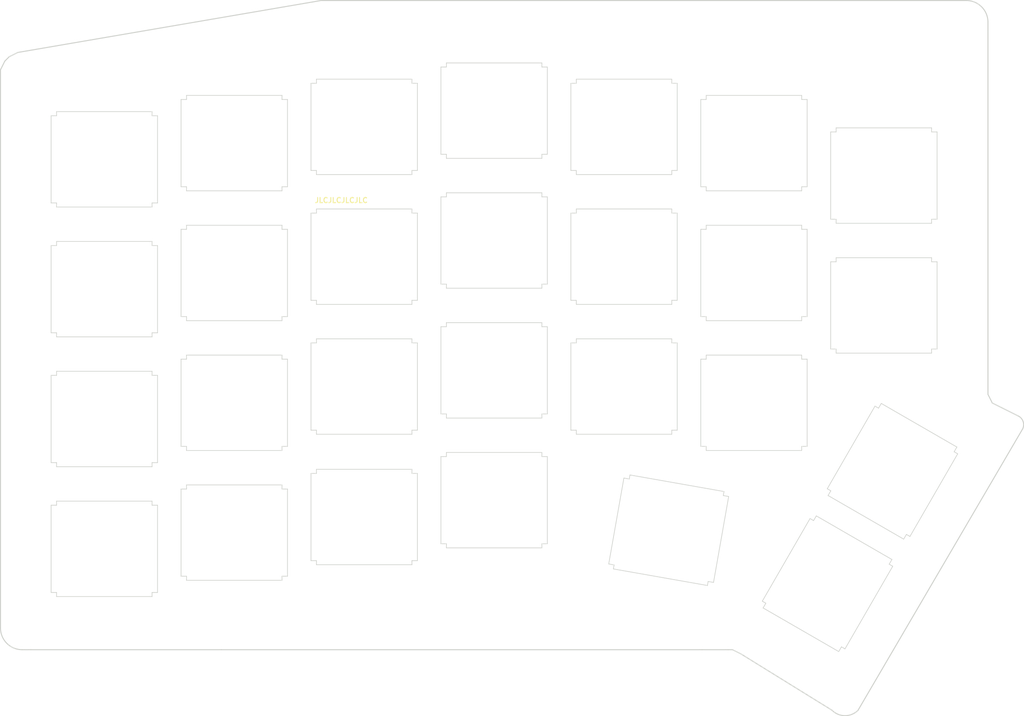
<source format=kicad_pcb>
(kicad_pcb (version 4) (host pcbnew 4.0.7)

  (general
    (links 0)
    (no_connects 0)
    (area 56.515 26.035 232.338572 152.400001)
    (thickness 1.6)
    (drawings 477)
    (tracks 0)
    (zones 0)
    (modules 9)
    (nets 1)
  )

  (page A4)
  (layers
    (0 F.Cu signal hide)
    (31 B.Cu signal hide)
    (32 B.Adhes user hide)
    (33 F.Adhes user hide)
    (34 B.Paste user hide)
    (35 F.Paste user hide)
    (36 B.SilkS user hide)
    (37 F.SilkS user hide)
    (38 B.Mask user hide)
    (39 F.Mask user hide)
    (40 Dwgs.User user hide)
    (41 Cmts.User user hide)
    (42 Eco1.User user)
    (43 Eco2.User user hide)
    (44 Edge.Cuts user)
    (45 Margin user hide)
    (46 B.CrtYd user hide)
    (47 F.CrtYd user hide)
    (48 B.Fab user hide)
    (49 F.Fab user hide)
  )

  (setup
    (last_trace_width 0.25)
    (trace_clearance 0.2)
    (zone_clearance 0.508)
    (zone_45_only no)
    (trace_min 0.2)
    (segment_width 0.15)
    (edge_width 0.15)
    (via_size 0.6)
    (via_drill 0.4)
    (via_min_size 0.4)
    (via_min_drill 0.3)
    (uvia_size 0.3)
    (uvia_drill 0.1)
    (uvias_allowed no)
    (uvia_min_size 0.2)
    (uvia_min_drill 0.1)
    (pcb_text_width 0.3)
    (pcb_text_size 1.5 1.5)
    (mod_edge_width 0.15)
    (mod_text_size 1 1)
    (mod_text_width 0.15)
    (pad_size 1.524 1.524)
    (pad_drill 0.762)
    (pad_to_mask_clearance 0.2)
    (aux_axis_origin 0 0)
    (visible_elements 7FFFFFFF)
    (pcbplotparams
      (layerselection 0x010f0_80000001)
      (usegerberextensions false)
      (excludeedgelayer true)
      (linewidth 0.100000)
      (plotframeref false)
      (viasonmask false)
      (mode 1)
      (useauxorigin false)
      (hpglpennumber 1)
      (hpglpenspeed 20)
      (hpglpendiameter 15)
      (hpglpenoverlay 2)
      (psnegative false)
      (psa4output false)
      (plotreference false)
      (plotvalue false)
      (plotinvisibletext false)
      (padsonsilk false)
      (subtractmaskfromsilk false)
      (outputformat 3)
      (mirror false)
      (drillshape 0)
      (scaleselection 1)
      (outputdirectory ./))
  )

  (net 0 "")

  (net_class Default "This is the default net class."
    (clearance 0.2)
    (trace_width 0.25)
    (via_dia 0.6)
    (via_drill 0.4)
    (uvia_dia 0.3)
    (uvia_drill 0.1)
  )

  (module Mounting_Holes:MountingHole_2.2mm_M2_DIN965 (layer F.Cu) (tedit 5B0469AD) (tstamp 5A9EC803)
    (at 192.405 141.605)
    (descr "Mounting Hole 2.2mm, no annular, M2, DIN965")
    (tags "mounting hole 2.2mm no annular m2 din965")
    (attr virtual)
    (fp_text reference REF** (at 0 -2.9) (layer F.SilkS) hide
      (effects (font (size 1 1) (thickness 0.15)))
    )
    (fp_text value MountingHole_2.2mm_M2_DIN965 (at 0 2.9) (layer F.Fab)
      (effects (font (size 1 1) (thickness 0.15)))
    )
    (fp_text user %R (at 0.3 0) (layer F.Fab)
      (effects (font (size 1 1) (thickness 0.15)))
    )
    (fp_circle (center 0 0) (end 1.9 0) (layer Cmts.User) (width 0.15))
    (fp_circle (center 0 0) (end 2.15 0) (layer F.CrtYd) (width 0.05))
    (pad 1 np_thru_hole circle (at 0 0) (size 2.2 2.2) (drill 2.2) (layers *.Cu *.Mask))
  )

  (module Mounting_Holes:MountingHole_2.2mm_M2_DIN965 (layer F.Cu) (tedit 5B04698E) (tstamp 5A9EC824)
    (at 215.265 103.505)
    (descr "Mounting Hole 2.2mm, no annular, M2, DIN965")
    (tags "mounting hole 2.2mm no annular m2 din965")
    (attr virtual)
    (fp_text reference REF** (at 0 -2.9) (layer F.SilkS) hide
      (effects (font (size 1 1) (thickness 0.15)))
    )
    (fp_text value MountingHole_2.2mm_M2_DIN965 (at 4.445 1.905) (layer F.Fab)
      (effects (font (size 1 1) (thickness 0.15)))
    )
    (fp_text user %R (at 0.3 0) (layer F.Fab)
      (effects (font (size 1 1) (thickness 0.15)))
    )
    (fp_circle (center 0 0) (end 1.9 0) (layer Cmts.User) (width 0.15))
    (fp_circle (center 0 0) (end 2.15 0) (layer F.CrtYd) (width 0.05))
    (pad 1 np_thru_hole circle (at 0 0) (size 2.2 2.2) (drill 2.2) (layers *.Cu *.Mask))
  )

  (module Mounting_Holes:MountingHole_2.2mm_M2_DIN965 (layer F.Cu) (tedit 5B046982) (tstamp 5A9EC868)
    (at 210.82 43.815)
    (descr "Mounting Hole 2.2mm, no annular, M2, DIN965")
    (tags "mounting hole 2.2mm no annular m2 din965")
    (attr virtual)
    (fp_text reference REF** (at 0 -2.9) (layer F.SilkS) hide
      (effects (font (size 1 1) (thickness 0.15)))
    )
    (fp_text value MountingHole_2.2mm_M2_DIN965 (at 0 2.9) (layer F.Fab)
      (effects (font (size 1 1) (thickness 0.15)))
    )
    (fp_text user %R (at 0.3 0) (layer F.Fab)
      (effects (font (size 1 1) (thickness 0.15)))
    )
    (fp_circle (center 0 0) (end 1.9 0) (layer Cmts.User) (width 0.15))
    (fp_circle (center 0 0) (end 2.15 0) (layer F.CrtYd) (width 0.05))
    (pad 1 np_thru_hole circle (at 0 0) (size 2.2 2.2) (drill 2.2) (layers *.Cu *.Mask))
  )

  (module Mounting_Holes:MountingHole_2.2mm_M2_DIN965 (layer F.Cu) (tedit 5B0469C0) (tstamp 5A9EC8BF)
    (at 72.39 132.715)
    (descr "Mounting Hole 2.2mm, no annular, M2, DIN965")
    (tags "mounting hole 2.2mm no annular m2 din965")
    (attr virtual)
    (fp_text reference REF** (at -0.635 -2.9) (layer F.SilkS) hide
      (effects (font (size 1 1) (thickness 0.15)))
    )
    (fp_text value MountingHole_2.2mm_M2_DIN965 (at 0 2.9) (layer F.Fab)
      (effects (font (size 1 1) (thickness 0.15)))
    )
    (fp_text user %R (at 0 0.635) (layer F.Fab)
      (effects (font (size 1 1) (thickness 0.15)))
    )
    (fp_circle (center 0 0) (end 1.9 0) (layer Cmts.User) (width 0.15))
    (fp_circle (center 0 0) (end 2.15 0) (layer F.CrtYd) (width 0.05))
    (pad 1 np_thru_hole circle (at 0 0) (size 2.2 2.2) (drill 2.2) (layers *.Cu *.Mask))
  )

  (module Mounting_Holes:MountingHole_2.2mm_M2_DIN965 (layer F.Cu) (tedit 5B0469C8) (tstamp 5A9EC8CB)
    (at 72.39 92.71)
    (descr "Mounting Hole 2.2mm, no annular, M2, DIN965")
    (tags "mounting hole 2.2mm no annular m2 din965")
    (attr virtual)
    (fp_text reference REF** (at 0 -2.9) (layer F.SilkS) hide
      (effects (font (size 1 1) (thickness 0.15)))
    )
    (fp_text value MountingHole_2.2mm_M2_DIN965 (at 0 2.9) (layer F.Fab)
      (effects (font (size 1 1) (thickness 0.15)))
    )
    (fp_text user %R (at 0.3 0) (layer F.Fab)
      (effects (font (size 1 1) (thickness 0.15)))
    )
    (fp_circle (center 0 0) (end 1.9 0) (layer Cmts.User) (width 0.15))
    (fp_circle (center 0 0) (end 2.15 0) (layer F.CrtYd) (width 0.05))
    (pad 1 np_thru_hole circle (at 0 0) (size 2.2 2.2) (drill 2.2) (layers *.Cu *.Mask))
  )

  (module Mounting_Holes:MountingHole_2.2mm_M2_DIN965 (layer F.Cu) (tedit 5B046972) (tstamp 5A9EC8D6)
    (at 72.39 52.07)
    (descr "Mounting Hole 2.2mm, no annular, M2, DIN965")
    (tags "mounting hole 2.2mm no annular m2 din965")
    (attr virtual)
    (fp_text reference REF** (at 0 -2.9) (layer F.SilkS) hide
      (effects (font (size 1 1) (thickness 0.15)))
    )
    (fp_text value MountingHole_2.2mm_M2_DIN965 (at 0 3.81) (layer F.Fab)
      (effects (font (size 1 1) (thickness 0.15)))
    )
    (fp_text user %R (at 0.3 0) (layer F.Fab)
      (effects (font (size 1 1) (thickness 0.15)))
    )
    (fp_circle (center 0 0) (end 1.9 0) (layer Cmts.User) (width 0.15))
    (fp_circle (center 0 0) (end 2.15 0) (layer F.CrtYd) (width 0.05))
    (pad 1 np_thru_hole circle (at 0 0) (size 2.2 2.2) (drill 2.2) (layers *.Cu *.Mask))
  )

  (module Mounting_Holes:MountingHole_2.2mm_M2_DIN965 (layer F.Cu) (tedit 5B0469B6) (tstamp 5A9EC8EF)
    (at 132.08 132.715)
    (descr "Mounting Hole 2.2mm, no annular, M2, DIN965")
    (tags "mounting hole 2.2mm no annular m2 din965")
    (attr virtual)
    (fp_text reference REF** (at 0 -2.9) (layer F.SilkS) hide
      (effects (font (size 1 1) (thickness 0.15)))
    )
    (fp_text value MountingHole_2.2mm_M2_DIN965 (at 0 2.9) (layer F.Fab)
      (effects (font (size 1 1) (thickness 0.15)))
    )
    (fp_text user %R (at 0.3 0) (layer F.Fab)
      (effects (font (size 1 1) (thickness 0.15)))
    )
    (fp_circle (center 0 0) (end 1.9 0) (layer Cmts.User) (width 0.15))
    (fp_circle (center 0 0) (end 2.15 0) (layer F.CrtYd) (width 0.05))
    (pad 1 np_thru_hole circle (at 0 0) (size 2.2 2.2) (drill 2.2) (layers *.Cu *.Mask))
  )

  (module Mounting_Holes:MountingHole_2.2mm_M2_DIN965 (layer F.Cu) (tedit 5B04697E) (tstamp 5A9EC907)
    (at 170.18 43.815)
    (descr "Mounting Hole 2.2mm, no annular, M2, DIN965")
    (tags "mounting hole 2.2mm no annular m2 din965")
    (attr virtual)
    (fp_text reference REF** (at 0 -2.9) (layer F.SilkS) hide
      (effects (font (size 1 1) (thickness 0.15)))
    )
    (fp_text value MountingHole_2.2mm_M2_DIN965 (at 0 2.9) (layer F.Fab)
      (effects (font (size 1 1) (thickness 0.15)))
    )
    (fp_text user %R (at 0.3 0) (layer F.Fab)
      (effects (font (size 1 1) (thickness 0.15)))
    )
    (fp_circle (center 0 0) (end 1.9 0) (layer Cmts.User) (width 0.15))
    (fp_circle (center 0 0) (end 2.15 0) (layer F.CrtYd) (width 0.05))
    (pad 1 np_thru_hole circle (at 0 0) (size 2.2 2.2) (drill 2.2) (layers *.Cu *.Mask))
  )

  (module Mounting_Holes:MountingHole_2.2mm_M2_DIN965 (layer F.Cu) (tedit 5B046978) (tstamp 5A9EC90E)
    (at 116.205 43.815)
    (descr "Mounting Hole 2.2mm, no annular, M2, DIN965")
    (tags "mounting hole 2.2mm no annular m2 din965")
    (attr virtual)
    (fp_text reference REF** (at 0 -2.9) (layer F.SilkS) hide
      (effects (font (size 1 1) (thickness 0.15)))
    )
    (fp_text value MountingHole_2.2mm_M2_DIN965 (at 1.27 3.81) (layer F.Fab)
      (effects (font (size 1 1) (thickness 0.15)))
    )
    (fp_text user %R (at 0.3 0) (layer F.Fab)
      (effects (font (size 1 1) (thickness 0.15)))
    )
    (fp_circle (center 0 0) (end 1.9 0) (layer Cmts.User) (width 0.15))
    (fp_circle (center 0 0) (end 2.15 0) (layer F.CrtYd) (width 0.05))
    (pad 1 np_thru_hole circle (at 0 0) (size 2.2 2.2) (drill 2.2) (layers *.Cu *.Mask))
  )

  (gr_line (start 198.35262 99.7581) (end 197.95362 100.4499) (layer Edge.Cuts) (width 0.1))
  (gr_line (start 202.55762 119.2753) (end 209.55762 107.1499) (layer Edge.Cuts) (width 0.1))
  (gr_line (start 202.03862 118.9748) (end 202.55762 119.2753) (layer Edge.Cuts) (width 0.1))
  (gr_line (start 201.63762 119.6694) (end 202.03862 118.9748) (layer Edge.Cuts) (width 0.1))
  (gr_line (start 188.42862 116.9478) (end 187.90862 116.6487) (layer Edge.Cuts) (width 0.1))
  (gr_line (start 190.55262 113.2684) (end 201.63762 119.6694) (layer Edge.Cuts) (width 0.1))
  (gr_line (start 190.95262 112.5752) (end 190.55262 113.2684) (layer Edge.Cuts) (width 0.1))
  (gr_line (start 197.43362 100.1507) (end 190.43362 112.2762) (layer Edge.Cuts) (width 0.1))
  (gr_line (start 197.95362 100.4499) (end 197.43362 100.1507) (layer Edge.Cuts) (width 0.1))
  (gr_line (start 188.82762 116.2546) (end 188.42862 116.9478) (layer Edge.Cuts) (width 0.1))
  (gr_line (start 192.51362 135.47411) (end 193.03262 135.77313) (layer Edge.Cuts) (width 0.1))
  (gr_line (start 200.03262 123.6478) (end 199.51362 123.3488) (layer Edge.Cuts) (width 0.1))
  (gr_line (start 199.91262 122.657) (end 188.82762 116.2546) (layer Edge.Cuts) (width 0.1))
  (gr_line (start 199.51362 123.3488) (end 199.91262 122.657) (layer Edge.Cuts) (width 0.1))
  (gr_line (start 193.03262 135.77313) (end 200.03262 123.6478) (layer Edge.Cuts) (width 0.1))
  (gr_line (start 180.90862 128.7727) (end 181.42762 129.0731) (layer Edge.Cuts) (width 0.1))
  (gr_line (start 181.02762 129.7649) (end 192.11262 136.1645) (layer Edge.Cuts) (width 0.1))
  (gr_line (start 181.42762 129.0731) (end 181.02762 129.7649) (layer Edge.Cuts) (width 0.1))
  (gr_line (start 187.90862 116.6487) (end 180.90862 128.7727) (layer Edge.Cuts) (width 0.1))
  (gr_line (start 209.43762 106.1577) (end 198.35262 99.7581) (layer Edge.Cuts) (width 0.1))
  (gr_line (start 192.11262 136.1645) (end 192.51362 135.47411) (layer Edge.Cuts) (width 0.1))
  (gr_line (start 209.03862 106.8495) (end 209.43762 106.1577) (layer Edge.Cuts) (width 0.1))
  (gr_line (start 190.43362 112.2762) (end 190.95262 112.5752) (layer Edge.Cuts) (width 0.1))
  (gr_line (start 209.55762 107.1499) (end 209.03862 106.8495) (layer Edge.Cuts) (width 0.1))
  (gr_line (start 160.61668 110.70558) (end 158.39248 123.31048) (layer Edge.Cuts) (width 0.1))
  (gr_line (start 161.40338 110.84478) (end 160.61668 110.70558) (layer Edge.Cuts) (width 0.1))
  (gr_line (start 91.43648 114.09418) (end 77.43693 114.09418) (layer Edge.Cuts) (width 0.1))
  (gr_line (start 77.43693 128.09368) (end 91.43648 128.09368) (layer Edge.Cuts) (width 0.1))
  (gr_line (start 76.63767 114.69358) (end 76.63767 127.49288) (layer Edge.Cuts) (width 0.1))
  (gr_line (start 77.43693 114.69358) (end 76.63767 114.69358) (layer Edge.Cuts) (width 0.1))
  (gr_line (start 91.43648 114.69358) (end 91.43648 114.09418) (layer Edge.Cuts) (width 0.1))
  (gr_line (start 92.23708 127.49288) (end 92.23708 114.69358) (layer Edge.Cuts) (width 0.1))
  (gr_line (start 91.43648 128.09368) (end 91.43648 127.49288) (layer Edge.Cuts) (width 0.1))
  (gr_line (start 76.63767 127.49288) (end 77.43693 127.49288) (layer Edge.Cuts) (width 0.1))
  (gr_line (start 92.23708 114.69358) (end 91.43648 114.69358) (layer Edge.Cuts) (width 0.1))
  (gr_line (start 91.43648 127.49288) (end 92.23708 127.49288) (layer Edge.Cuts) (width 0.1))
  (gr_line (start 77.43693 127.49288) (end 77.43693 128.09368) (layer Edge.Cuts) (width 0.1))
  (gr_line (start 77.43693 114.09418) (end 77.43693 114.69358) (layer Edge.Cuts) (width 0.1))
  (gr_line (start 115.53698 66.18128) (end 129.53628 66.18128) (layer Edge.Cuts) (width 0.1))
  (gr_line (start 134.58698 50.39978) (end 133.78758 50.39978) (layer Edge.Cuts) (width 0.1))
  (gr_line (start 134.58698 49.80038) (end 134.58698 50.39978) (layer Edge.Cuts) (width 0.1))
  (gr_line (start 152.83758 52.78098) (end 152.83758 65.58158) (layer Edge.Cuts) (width 0.1))
  (gr_line (start 115.53698 65.58158) (end 115.53698 66.18128) (layer Edge.Cuts) (width 0.1))
  (gr_line (start 167.63628 52.78098) (end 167.63628 52.18168) (layer Edge.Cuts) (width 0.1))
  (gr_line (start 168.43568 52.78098) (end 167.63628 52.78098) (layer Edge.Cuts) (width 0.1))
  (gr_line (start 167.63628 65.58158) (end 168.43568 65.58158) (layer Edge.Cuts) (width 0.1))
  (gr_line (start 153.63698 52.18168) (end 153.63698 52.78098) (layer Edge.Cuts) (width 0.1))
  (gr_line (start 130.33708 52.78098) (end 129.53628 52.78098) (layer Edge.Cuts) (width 0.1))
  (gr_line (start 130.33708 65.58158) (end 130.33708 52.78098) (layer Edge.Cuts) (width 0.1))
  (gr_line (start 114.73758 65.58158) (end 115.53698 65.58158) (layer Edge.Cuts) (width 0.1))
  (gr_line (start 115.53698 52.78098) (end 114.73758 52.78098) (layer Edge.Cuts) (width 0.1))
  (gr_line (start 167.63628 52.18168) (end 153.63698 52.18168) (layer Edge.Cuts) (width 0.1))
  (gr_line (start 114.73758 52.78098) (end 114.73758 65.58158) (layer Edge.Cuts) (width 0.1))
  (gr_line (start 153.63698 65.58158) (end 153.63698 66.18128) (layer Edge.Cuts) (width 0.1))
  (gr_line (start 168.43568 65.58158) (end 168.43568 52.78098) (layer Edge.Cuts) (width 0.1))
  (gr_line (start 129.53628 52.78098) (end 129.53628 52.18168) (layer Edge.Cuts) (width 0.1))
  (gr_line (start 153.63698 52.78098) (end 152.83758 52.78098) (layer Edge.Cuts) (width 0.1))
  (gr_line (start 167.63628 66.18128) (end 167.63628 65.58158) (layer Edge.Cuts) (width 0.1))
  (gr_line (start 153.63698 66.18128) (end 167.63628 66.18128) (layer Edge.Cuts) (width 0.1))
  (gr_line (start 152.83758 65.58158) (end 153.63698 65.58158) (layer Edge.Cuts) (width 0.1))
  (gr_line (start 129.53628 65.58158) (end 130.33708 65.58158) (layer Edge.Cuts) (width 0.1))
  (gr_line (start 148.58628 49.80038) (end 134.58698 49.80038) (layer Edge.Cuts) (width 0.1))
  (gr_line (start 148.58628 50.39978) (end 148.58628 49.80038) (layer Edge.Cuts) (width 0.1))
  (gr_line (start 149.38708 50.39978) (end 148.58628 50.39978) (layer Edge.Cuts) (width 0.1))
  (gr_line (start 149.38708 63.20028) (end 149.38708 50.39978) (layer Edge.Cuts) (width 0.1))
  (gr_line (start 148.58628 63.20028) (end 149.38708 63.20028) (layer Edge.Cuts) (width 0.1))
  (gr_line (start 148.58628 63.80008) (end 148.58628 63.20028) (layer Edge.Cuts) (width 0.1))
  (gr_line (start 134.58698 63.80008) (end 148.58628 63.80008) (layer Edge.Cuts) (width 0.1))
  (gr_line (start 129.53628 66.18128) (end 129.53628 65.58158) (layer Edge.Cuts) (width 0.1))
  (gr_line (start 134.58698 63.20028) (end 134.58698 63.80008) (layer Edge.Cuts) (width 0.1))
  (gr_line (start 133.78758 63.20028) (end 134.58698 63.20028) (layer Edge.Cuts) (width 0.1))
  (gr_line (start 133.78758 50.39978) (end 133.78758 63.20028) (layer Edge.Cuts) (width 0.1))
  (gr_line (start 129.53628 52.18168) (end 115.53698 52.18168) (layer Edge.Cuts) (width 0.1))
  (gr_line (start 159.07758 124.04088) (end 172.86478 126.47168) (layer Edge.Cuts) (width 0.1))
  (gr_line (start 158.39248 123.31048) (end 159.18088 123.44968) (layer Edge.Cuts) (width 0.1))
  (gr_line (start 159.18088 123.44968) (end 159.07758 124.04088) (layer Edge.Cuts) (width 0.1))
  (gr_line (start 167.63628 71.23168) (end 153.63698 71.23168) (layer Edge.Cuts) (width 0.1))
  (gr_line (start 168.43568 84.63158) (end 168.43568 71.83098) (layer Edge.Cuts) (width 0.1))
  (gr_line (start 153.63698 84.63158) (end 153.63698 85.23128) (layer Edge.Cuts) (width 0.1))
  (gr_line (start 152.83758 71.83098) (end 152.83758 84.63158) (layer Edge.Cuts) (width 0.1))
  (gr_line (start 153.63698 71.23168) (end 153.63698 71.83098) (layer Edge.Cuts) (width 0.1))
  (gr_line (start 129.53628 71.23168) (end 115.53698 71.23168) (layer Edge.Cuts) (width 0.1))
  (gr_line (start 129.53628 71.83098) (end 129.53628 71.23168) (layer Edge.Cuts) (width 0.1))
  (gr_line (start 130.33708 84.63158) (end 130.33708 71.83098) (layer Edge.Cuts) (width 0.1))
  (gr_line (start 129.53628 85.23128) (end 129.53628 84.63158) (layer Edge.Cuts) (width 0.1))
  (gr_line (start 129.53628 84.63158) (end 130.33708 84.63158) (layer Edge.Cuts) (width 0.1))
  (gr_line (start 115.53698 84.63158) (end 115.53698 85.23128) (layer Edge.Cuts) (width 0.1))
  (gr_line (start 115.53698 71.23168) (end 115.53698 71.83098) (layer Edge.Cuts) (width 0.1))
  (gr_line (start 115.53698 85.23128) (end 129.53628 85.23128) (layer Edge.Cuts) (width 0.1))
  (gr_line (start 153.63698 71.83098) (end 152.83758 71.83098) (layer Edge.Cuts) (width 0.1))
  (gr_line (start 167.63628 84.63158) (end 168.43568 84.63158) (layer Edge.Cuts) (width 0.1))
  (gr_line (start 167.63628 85.23128) (end 167.63628 84.63158) (layer Edge.Cuts) (width 0.1))
  (gr_line (start 153.63698 85.23128) (end 167.63628 85.23128) (layer Edge.Cuts) (width 0.1))
  (gr_line (start 115.53698 71.83098) (end 114.73758 71.83098) (layer Edge.Cuts) (width 0.1))
  (gr_line (start 152.83758 84.63158) (end 153.63698 84.63158) (layer Edge.Cuts) (width 0.1))
  (gr_line (start 130.33708 71.83098) (end 129.53628 71.83098) (layer Edge.Cuts) (width 0.1))
  (gr_line (start 114.73758 84.63158) (end 115.53698 84.63158) (layer Edge.Cuts) (width 0.1))
  (gr_line (start 167.63628 71.83098) (end 167.63628 71.23168) (layer Edge.Cuts) (width 0.1))
  (gr_line (start 114.73758 71.83098) (end 114.73758 84.63158) (layer Edge.Cuts) (width 0.1))
  (gr_line (start 168.43568 71.83098) (end 167.63628 71.83098) (layer Edge.Cuts) (width 0.1))
  (gr_line (start 172.68698 87.61258) (end 186.68628 87.61258) (layer Edge.Cuts) (width 0.1))
  (gr_line (start 171.88758 87.01278) (end 172.68698 87.01278) (layer Edge.Cuts) (width 0.1))
  (gr_line (start 172.68698 73.61288) (end 172.68698 74.21228) (layer Edge.Cuts) (width 0.1))
  (gr_line (start 92.23708 76.59348) (end 91.43648 76.59348) (layer Edge.Cuts) (width 0.1))
  (gr_line (start 91.43648 89.99378) (end 91.43648 89.39298) (layer Edge.Cuts) (width 0.1))
  (gr_line (start 76.63767 76.59348) (end 76.63767 89.39298) (layer Edge.Cuts) (width 0.1))
  (gr_line (start 95.68768 87.01278) (end 96.48698 87.01278) (layer Edge.Cuts) (width 0.1))
  (gr_line (start 96.48698 87.01278) (end 96.48698 87.61258) (layer Edge.Cuts) (width 0.1))
  (gr_line (start 76.63767 89.39298) (end 77.43693 89.39298) (layer Edge.Cuts) (width 0.1))
  (gr_line (start 91.43648 76.59348) (end 91.43648 75.99418) (layer Edge.Cuts) (width 0.1))
  (gr_line (start 95.68768 74.21228) (end 95.68768 87.01278) (layer Edge.Cuts) (width 0.1))
  (gr_line (start 186.68628 73.61288) (end 172.68698 73.61288) (layer Edge.Cuts) (width 0.1))
  (gr_line (start 186.68628 74.21228) (end 186.68628 73.61288) (layer Edge.Cuts) (width 0.1))
  (gr_line (start 172.68698 87.01278) (end 172.68698 87.61258) (layer Edge.Cuts) (width 0.1))
  (gr_line (start 111.28708 74.21228) (end 110.48628 74.21228) (layer Edge.Cuts) (width 0.1))
  (gr_line (start 96.48698 74.21228) (end 95.68768 74.21228) (layer Edge.Cuts) (width 0.1))
  (gr_line (start 96.48698 73.61288) (end 96.48698 74.21228) (layer Edge.Cuts) (width 0.1))
  (gr_line (start 205.73628 78.97478) (end 205.73628 78.37538) (layer Edge.Cuts) (width 0.1))
  (gr_line (start 91.43648 89.39298) (end 92.23708 89.39298) (layer Edge.Cuts) (width 0.1))
  (gr_line (start 187.48728 87.01278) (end 187.48728 74.21228) (layer Edge.Cuts) (width 0.1))
  (gr_line (start 186.68628 87.61258) (end 186.68628 87.01278) (layer Edge.Cuts) (width 0.1))
  (gr_line (start 77.43693 89.99378) (end 91.43648 89.99378) (layer Edge.Cuts) (width 0.1))
  (gr_line (start 77.43693 89.39298) (end 77.43693 89.99378) (layer Edge.Cuts) (width 0.1))
  (gr_line (start 77.43693 76.59348) (end 76.63767 76.59348) (layer Edge.Cuts) (width 0.1))
  (gr_line (start 171.88758 74.21228) (end 171.88758 87.01278) (layer Edge.Cuts) (width 0.1))
  (gr_line (start 172.68698 74.21228) (end 171.88758 74.21228) (layer Edge.Cuts) (width 0.1))
  (gr_line (start 110.48628 87.01278) (end 111.28708 87.01278) (layer Edge.Cuts) (width 0.1))
  (gr_line (start 205.73628 78.37538) (end 191.73728 78.37538) (layer Edge.Cuts) (width 0.1))
  (gr_line (start 77.43693 75.99418) (end 77.43693 76.59348) (layer Edge.Cuts) (width 0.1))
  (gr_line (start 92.23708 89.39298) (end 92.23708 76.59348) (layer Edge.Cuts) (width 0.1))
  (gr_line (start 110.48628 73.61288) (end 96.48698 73.61288) (layer Edge.Cuts) (width 0.1))
  (gr_line (start 110.48628 87.61258) (end 110.48628 87.01278) (layer Edge.Cuts) (width 0.1))
  (gr_line (start 96.48698 87.61258) (end 110.48628 87.61258) (layer Edge.Cuts) (width 0.1))
  (gr_line (start 91.43648 75.99418) (end 77.43693 75.99418) (layer Edge.Cuts) (width 0.1))
  (gr_line (start 110.48628 74.21228) (end 110.48628 73.61288) (layer Edge.Cuts) (width 0.1))
  (gr_line (start 187.48728 74.21228) (end 186.68628 74.21228) (layer Edge.Cuts) (width 0.1))
  (gr_line (start 111.28708 87.01278) (end 111.28708 74.21228) (layer Edge.Cuts) (width 0.1))
  (gr_line (start 186.68628 87.01278) (end 187.48728 87.01278) (layer Edge.Cuts) (width 0.1))
  (gr_line (start 133.78758 88.49978) (end 133.78758 101.30028) (layer Edge.Cuts) (width 0.1))
  (gr_line (start 168.43568 90.88098) (end 167.63628 90.88098) (layer Edge.Cuts) (width 0.1))
  (gr_line (start 148.58628 101.90008) (end 148.58628 101.30028) (layer Edge.Cuts) (width 0.1))
  (gr_line (start 148.58628 88.49978) (end 148.58628 87.90038) (layer Edge.Cuts) (width 0.1))
  (gr_line (start 167.63628 103.68158) (end 168.43568 103.68158) (layer Edge.Cuts) (width 0.1))
  (gr_line (start 133.78758 101.30028) (end 134.58698 101.30028) (layer Edge.Cuts) (width 0.1))
  (gr_line (start 134.58698 87.90038) (end 134.58698 88.49978) (layer Edge.Cuts) (width 0.1))
  (gr_line (start 149.38708 88.49978) (end 148.58628 88.49978) (layer Edge.Cuts) (width 0.1))
  (gr_line (start 134.58698 101.30028) (end 134.58698 101.90008) (layer Edge.Cuts) (width 0.1))
  (gr_line (start 190.93728 78.97478) (end 190.93728 91.77528) (layer Edge.Cuts) (width 0.1))
  (gr_line (start 168.43568 103.68158) (end 168.43568 90.88098) (layer Edge.Cuts) (width 0.1))
  (gr_line (start 149.38708 101.30028) (end 149.38708 88.49978) (layer Edge.Cuts) (width 0.1))
  (gr_line (start 167.63628 90.88098) (end 167.63628 90.28168) (layer Edge.Cuts) (width 0.1))
  (gr_line (start 148.58628 87.90038) (end 134.58698 87.90038) (layer Edge.Cuts) (width 0.1))
  (gr_line (start 167.63628 104.28118) (end 167.63628 103.68158) (layer Edge.Cuts) (width 0.1))
  (gr_line (start 134.58698 101.90008) (end 148.58628 101.90008) (layer Edge.Cuts) (width 0.1))
  (gr_line (start 167.63628 90.28168) (end 153.63698 90.28168) (layer Edge.Cuts) (width 0.1))
  (gr_line (start 191.73728 92.37508) (end 205.73628 92.37508) (layer Edge.Cuts) (width 0.1))
  (gr_line (start 206.53728 78.97478) (end 205.73628 78.97478) (layer Edge.Cuts) (width 0.1))
  (gr_line (start 206.53728 91.77528) (end 206.53728 78.97478) (layer Edge.Cuts) (width 0.1))
  (gr_line (start 205.73628 91.77528) (end 206.53728 91.77528) (layer Edge.Cuts) (width 0.1))
  (gr_line (start 205.73628 92.37508) (end 205.73628 91.77528) (layer Edge.Cuts) (width 0.1))
  (gr_line (start 148.58628 101.30028) (end 149.38708 101.30028) (layer Edge.Cuts) (width 0.1))
  (gr_line (start 190.93728 91.77528) (end 191.73728 91.77528) (layer Edge.Cuts) (width 0.1))
  (gr_line (start 134.58698 88.49978) (end 133.78758 88.49978) (layer Edge.Cuts) (width 0.1))
  (gr_line (start 191.73728 91.77528) (end 191.73728 92.37508) (layer Edge.Cuts) (width 0.1))
  (gr_line (start 191.73728 78.97478) (end 190.93728 78.97478) (layer Edge.Cuts) (width 0.1))
  (gr_line (start 191.73728 78.37538) (end 191.73728 78.97478) (layer Edge.Cuts) (width 0.1))
  (gr_line (start 186.68628 92.66288) (end 172.68698 92.66288) (layer Edge.Cuts) (width 0.1))
  (gr_line (start 129.53628 103.68158) (end 130.33708 103.68158) (layer Edge.Cuts) (width 0.1))
  (gr_line (start 129.53628 104.28118) (end 129.53628 103.68158) (layer Edge.Cuts) (width 0.1))
  (gr_line (start 115.53698 90.28168) (end 115.53698 90.88098) (layer Edge.Cuts) (width 0.1))
  (gr_line (start 186.68628 93.26228) (end 186.68628 92.66288) (layer Edge.Cuts) (width 0.1))
  (gr_line (start 115.53698 104.28118) (end 129.53628 104.28118) (layer Edge.Cuts) (width 0.1))
  (gr_line (start 115.53698 103.68158) (end 115.53698 104.28118) (layer Edge.Cuts) (width 0.1))
  (gr_line (start 171.88758 106.06298) (end 172.68698 106.06298) (layer Edge.Cuts) (width 0.1))
  (gr_line (start 172.68698 93.26228) (end 171.88758 93.26228) (layer Edge.Cuts) (width 0.1))
  (gr_line (start 111.28708 93.26228) (end 110.48628 93.26228) (layer Edge.Cuts) (width 0.1))
  (gr_line (start 110.48628 106.66248) (end 110.48628 106.06298) (layer Edge.Cuts) (width 0.1))
  (gr_line (start 96.48698 106.06298) (end 96.48698 106.66248) (layer Edge.Cuts) (width 0.1))
  (gr_line (start 187.48728 93.26228) (end 186.68628 93.26228) (layer Edge.Cuts) (width 0.1))
  (gr_line (start 114.73758 103.68158) (end 115.53698 103.68158) (layer Edge.Cuts) (width 0.1))
  (gr_line (start 114.73758 90.88098) (end 114.73758 103.68158) (layer Edge.Cuts) (width 0.1))
  (gr_line (start 111.28708 106.06298) (end 111.28708 93.26228) (layer Edge.Cuts) (width 0.1))
  (gr_line (start 115.53698 90.88098) (end 114.73758 90.88098) (layer Edge.Cuts) (width 0.1))
  (gr_line (start 187.48728 106.06298) (end 187.48728 93.26228) (layer Edge.Cuts) (width 0.1))
  (gr_line (start 172.68698 106.66248) (end 186.68628 106.66248) (layer Edge.Cuts) (width 0.1))
  (gr_line (start 172.68698 92.66288) (end 172.68698 93.26228) (layer Edge.Cuts) (width 0.1))
  (gr_line (start 110.48628 106.06298) (end 111.28708 106.06298) (layer Edge.Cuts) (width 0.1))
  (gr_line (start 172.68698 106.06298) (end 172.68698 106.66248) (layer Edge.Cuts) (width 0.1))
  (gr_line (start 171.88758 93.26228) (end 171.88758 106.06298) (layer Edge.Cuts) (width 0.1))
  (gr_line (start 153.63698 104.28118) (end 167.63628 104.28118) (layer Edge.Cuts) (width 0.1))
  (gr_line (start 153.63698 103.68158) (end 153.63698 104.28118) (layer Edge.Cuts) (width 0.1))
  (gr_line (start 152.83758 103.68158) (end 153.63698 103.68158) (layer Edge.Cuts) (width 0.1))
  (gr_line (start 152.83758 90.88098) (end 152.83758 103.68158) (layer Edge.Cuts) (width 0.1))
  (gr_line (start 153.63698 90.88098) (end 152.83758 90.88098) (layer Edge.Cuts) (width 0.1))
  (gr_line (start 129.53628 90.88098) (end 129.53628 90.28168) (layer Edge.Cuts) (width 0.1))
  (gr_line (start 110.48628 93.26228) (end 110.48628 92.66288) (layer Edge.Cuts) (width 0.1))
  (gr_line (start 186.68628 106.66248) (end 186.68628 106.06298) (layer Edge.Cuts) (width 0.1))
  (gr_line (start 96.48698 106.66248) (end 110.48628 106.66248) (layer Edge.Cuts) (width 0.1))
  (gr_line (start 95.68768 106.06298) (end 96.48698 106.06298) (layer Edge.Cuts) (width 0.1))
  (gr_line (start 186.68628 106.06298) (end 187.48728 106.06298) (layer Edge.Cuts) (width 0.1))
  (gr_line (start 95.68768 93.26228) (end 95.68768 106.06298) (layer Edge.Cuts) (width 0.1))
  (gr_line (start 153.63698 90.28168) (end 153.63698 90.88098) (layer Edge.Cuts) (width 0.1))
  (gr_line (start 129.53628 90.28168) (end 115.53698 90.28168) (layer Edge.Cuts) (width 0.1))
  (gr_line (start 130.33708 90.88098) (end 129.53628 90.88098) (layer Edge.Cuts) (width 0.1))
  (gr_line (start 110.48628 92.66288) (end 96.48698 92.66288) (layer Edge.Cuts) (width 0.1))
  (gr_line (start 130.33708 103.68158) (end 130.33708 90.88098) (layer Edge.Cuts) (width 0.1))
  (gr_line (start 92.23708 108.44288) (end 92.23708 95.64348) (layer Edge.Cuts) (width 0.1))
  (gr_line (start 77.43693 108.44288) (end 77.43693 109.04368) (layer Edge.Cuts) (width 0.1))
  (gr_line (start 77.43693 95.04418) (end 77.43693 95.64348) (layer Edge.Cuts) (width 0.1))
  (gr_line (start 148.58628 107.54988) (end 148.58628 106.95048) (layer Edge.Cuts) (width 0.1))
  (gr_line (start 91.43648 95.04418) (end 77.43693 95.04418) (layer Edge.Cuts) (width 0.1))
  (gr_line (start 77.43693 95.64348) (end 76.63767 95.64348) (layer Edge.Cuts) (width 0.1))
  (gr_line (start 92.23708 95.64348) (end 91.43648 95.64348) (layer Edge.Cuts) (width 0.1))
  (gr_line (start 148.58628 106.95048) (end 134.58698 106.95048) (layer Edge.Cuts) (width 0.1))
  (gr_line (start 76.63767 95.64348) (end 76.63767 108.44288) (layer Edge.Cuts) (width 0.1))
  (gr_line (start 91.43648 95.64348) (end 91.43648 95.04418) (layer Edge.Cuts) (width 0.1))
  (gr_line (start 91.43648 109.04368) (end 91.43648 108.44288) (layer Edge.Cuts) (width 0.1))
  (gr_line (start 77.43693 109.04368) (end 91.43648 109.04368) (layer Edge.Cuts) (width 0.1))
  (gr_line (start 76.63767 108.44288) (end 77.43693 108.44288) (layer Edge.Cuts) (width 0.1))
  (gr_line (start 91.43648 108.44288) (end 92.23708 108.44288) (layer Edge.Cuts) (width 0.1))
  (gr_line (start 96.48698 93.26228) (end 95.68768 93.26228) (layer Edge.Cuts) (width 0.1))
  (gr_line (start 96.48698 92.66288) (end 96.48698 93.26228) (layer Edge.Cuts) (width 0.1))
  (gr_line (start 96.48698 111.71298) (end 96.48698 112.31238) (layer Edge.Cuts) (width 0.1))
  (gr_line (start 129.53628 109.42678) (end 115.53698 109.42678) (layer Edge.Cuts) (width 0.1))
  (gr_line (start 130.33708 122.82678) (end 130.33708 110.02758) (layer Edge.Cuts) (width 0.1))
  (gr_line (start 95.68768 125.11298) (end 96.48698 125.11298) (layer Edge.Cuts) (width 0.1))
  (gr_line (start 95.68768 112.31238) (end 95.68768 125.11298) (layer Edge.Cuts) (width 0.1))
  (gr_line (start 96.48698 125.71248) (end 110.48628 125.71248) (layer Edge.Cuts) (width 0.1))
  (gr_line (start 96.48698 125.11298) (end 96.48698 125.71248) (layer Edge.Cuts) (width 0.1))
  (gr_line (start 115.53698 122.82678) (end 115.53698 123.42628) (layer Edge.Cuts) (width 0.1))
  (gr_line (start 175.29528 112.68448) (end 161.50818 110.25358) (layer Edge.Cuts) (width 0.1))
  (gr_line (start 129.53628 123.42628) (end 129.53628 122.82678) (layer Edge.Cuts) (width 0.1))
  (gr_line (start 129.53628 122.82678) (end 130.33708 122.82678) (layer Edge.Cuts) (width 0.1))
  (gr_line (start 175.19028 113.27568) (end 175.29528 112.68448) (layer Edge.Cuts) (width 0.1))
  (gr_line (start 161.50818 110.25358) (end 161.40338 110.84478) (layer Edge.Cuts) (width 0.1))
  (gr_line (start 110.48628 125.11298) (end 111.28708 125.11298) (layer Edge.Cuts) (width 0.1))
  (gr_line (start 175.97928 113.41478) (end 175.19028 113.27568) (layer Edge.Cuts) (width 0.1))
  (gr_line (start 173.75628 126.01978) (end 175.97928 113.41478) (layer Edge.Cuts) (width 0.1))
  (gr_line (start 110.48628 112.31238) (end 110.48628 111.71298) (layer Edge.Cuts) (width 0.1))
  (gr_line (start 114.73758 110.02758) (end 114.73758 122.82678) (layer Edge.Cuts) (width 0.1))
  (gr_line (start 149.38708 120.35048) (end 149.38708 107.54988) (layer Edge.Cuts) (width 0.1))
  (gr_line (start 110.48628 125.71248) (end 110.48628 125.11298) (layer Edge.Cuts) (width 0.1))
  (gr_line (start 130.33708 110.02758) (end 129.53628 110.02758) (layer Edge.Cuts) (width 0.1))
  (gr_line (start 172.96818 125.88058) (end 173.75628 126.01978) (layer Edge.Cuts) (width 0.1))
  (gr_line (start 149.38708 107.54988) (end 148.58628 107.54988) (layer Edge.Cuts) (width 0.1))
  (gr_line (start 148.58628 120.35048) (end 149.38708 120.35048) (layer Edge.Cuts) (width 0.1))
  (gr_line (start 110.48628 111.71298) (end 96.48698 111.71298) (layer Edge.Cuts) (width 0.1))
  (gr_line (start 148.58628 120.94998) (end 148.58628 120.35048) (layer Edge.Cuts) (width 0.1))
  (gr_line (start 115.53698 123.42628) (end 129.53628 123.42628) (layer Edge.Cuts) (width 0.1))
  (gr_line (start 134.58698 120.94998) (end 148.58628 120.94998) (layer Edge.Cuts) (width 0.1))
  (gr_line (start 134.58698 120.35048) (end 134.58698 120.94998) (layer Edge.Cuts) (width 0.1))
  (gr_line (start 114.73758 122.82678) (end 115.53698 122.82678) (layer Edge.Cuts) (width 0.1))
  (gr_line (start 133.78758 120.35048) (end 134.58698 120.35048) (layer Edge.Cuts) (width 0.1))
  (gr_line (start 129.53628 110.02758) (end 129.53628 109.42678) (layer Edge.Cuts) (width 0.1))
  (gr_line (start 115.53698 110.02758) (end 114.73758 110.02758) (layer Edge.Cuts) (width 0.1))
  (gr_line (start 111.28708 112.31238) (end 110.48628 112.31238) (layer Edge.Cuts) (width 0.1))
  (gr_line (start 115.53698 109.42678) (end 115.53698 110.02758) (layer Edge.Cuts) (width 0.1))
  (gr_line (start 133.78758 107.54988) (end 133.78758 120.35048) (layer Edge.Cuts) (width 0.1))
  (gr_line (start 134.58698 107.54988) (end 133.78758 107.54988) (layer Edge.Cuts) (width 0.1))
  (gr_line (start 134.58698 106.95048) (end 134.58698 107.54988) (layer Edge.Cuts) (width 0.1))
  (gr_line (start 111.28708 125.11298) (end 111.28708 112.31238) (layer Edge.Cuts) (width 0.1))
  (gr_line (start 96.48698 112.31238) (end 95.68768 112.31238) (layer Edge.Cuts) (width 0.1))
  (gr_line (start 187.48728 67.96278) (end 187.48728 55.16228) (layer Edge.Cuts) (width 0.1))
  (gr_line (start 110.48628 67.96278) (end 111.28708 67.96278) (layer Edge.Cuts) (width 0.1))
  (gr_line (start 172.68698 67.96278) (end 172.68698 68.56258) (layer Edge.Cuts) (width 0.1))
  (gr_line (start 186.68628 67.96278) (end 187.48728 67.96278) (layer Edge.Cuts) (width 0.1))
  (gr_line (start 111.28708 55.16228) (end 110.48628 55.16228) (layer Edge.Cuts) (width 0.1))
  (gr_line (start 186.68628 68.56258) (end 186.68628 67.96278) (layer Edge.Cuts) (width 0.1))
  (gr_line (start 95.68768 55.16228) (end 95.68768 67.96278) (layer Edge.Cuts) (width 0.1))
  (gr_line (start 171.88758 67.96278) (end 172.68698 67.96278) (layer Edge.Cuts) (width 0.1))
  (gr_line (start 96.48698 67.96278) (end 96.48698 68.56258) (layer Edge.Cuts) (width 0.1))
  (gr_line (start 171.88758 55.16228) (end 171.88758 67.96278) (layer Edge.Cuts) (width 0.1))
  (gr_line (start 111.28708 67.96278) (end 111.28708 55.16228) (layer Edge.Cuts) (width 0.1))
  (gr_line (start 96.48698 68.56258) (end 110.48628 68.56258) (layer Edge.Cuts) (width 0.1))
  (gr_line (start 91.43648 56.94418) (end 77.43693 56.94418) (layer Edge.Cuts) (width 0.1))
  (gr_line (start 110.48628 68.56258) (end 110.48628 67.96278) (layer Edge.Cuts) (width 0.1))
  (gr_line (start 95.68768 67.96278) (end 96.48698 67.96278) (layer Edge.Cuts) (width 0.1))
  (gr_line (start 96.48698 55.16228) (end 95.68768 55.16228) (layer Edge.Cuts) (width 0.1))
  (gr_line (start 92.23708 57.54348) (end 91.43648 57.54348) (layer Edge.Cuts) (width 0.1))
  (gr_line (start 115.53698 52.18168) (end 115.53698 52.78098) (layer Edge.Cuts) (width 0.1))
  (gr_line (start 172.68698 68.56258) (end 186.68628 68.56258) (layer Edge.Cuts) (width 0.1))
  (gr_line (start 110.48628 55.16228) (end 110.48628 54.56288) (layer Edge.Cuts) (width 0.1))
  (gr_line (start 96.48698 54.56288) (end 96.48698 55.16228) (layer Edge.Cuts) (width 0.1))
  (gr_line (start 91.43648 57.54348) (end 91.43648 56.94418) (layer Edge.Cuts) (width 0.1))
  (gr_line (start 172.68698 54.56288) (end 172.68698 55.16228) (layer Edge.Cuts) (width 0.1))
  (gr_line (start 186.68628 54.56288) (end 172.68698 54.56288) (layer Edge.Cuts) (width 0.1))
  (gr_line (start 186.68628 55.16228) (end 186.68628 54.56288) (layer Edge.Cuts) (width 0.1))
  (gr_line (start 110.48628 54.56288) (end 96.48698 54.56288) (layer Edge.Cuts) (width 0.1))
  (gr_line (start 172.68698 55.16228) (end 171.88758 55.16228) (layer Edge.Cuts) (width 0.1))
  (gr_line (start 187.48728 55.16228) (end 186.68628 55.16228) (layer Edge.Cuts) (width 0.1))
  (gr_line (start 91.43648 70.94378) (end 91.43648 70.34298) (layer Edge.Cuts) (width 0.1))
  (gr_line (start 77.43693 70.94378) (end 91.43648 70.94378) (layer Edge.Cuts) (width 0.1))
  (gr_line (start 148.58628 68.85038) (end 134.58698 68.85038) (layer Edge.Cuts) (width 0.1))
  (gr_line (start 77.43693 70.34298) (end 77.43693 70.94378) (layer Edge.Cuts) (width 0.1))
  (gr_line (start 91.43648 70.34298) (end 92.23708 70.34298) (layer Edge.Cuts) (width 0.1))
  (gr_line (start 92.23708 70.34298) (end 92.23708 57.54348) (layer Edge.Cuts) (width 0.1))
  (gr_line (start 76.63767 57.54348) (end 76.63767 70.34298) (layer Edge.Cuts) (width 0.1))
  (gr_line (start 205.73628 73.32508) (end 205.73628 72.72528) (layer Edge.Cuts) (width 0.1))
  (gr_line (start 148.58628 82.85008) (end 148.58628 82.25028) (layer Edge.Cuts) (width 0.1))
  (gr_line (start 191.73728 59.92478) (end 190.93728 59.92478) (layer Edge.Cuts) (width 0.1))
  (gr_line (start 191.73728 59.32538) (end 191.73728 59.92478) (layer Edge.Cuts) (width 0.1))
  (gr_line (start 206.53728 59.92478) (end 205.73628 59.92478) (layer Edge.Cuts) (width 0.1))
  (gr_line (start 76.63767 70.34298) (end 77.43693 70.34298) (layer Edge.Cuts) (width 0.1))
  (gr_line (start 77.43693 57.54348) (end 76.63767 57.54348) (layer Edge.Cuts) (width 0.1))
  (gr_line (start 77.43693 56.94418) (end 77.43693 57.54348) (layer Edge.Cuts) (width 0.1))
  (gr_line (start 190.93728 59.92478) (end 190.93728 72.72528) (layer Edge.Cuts) (width 0.1))
  (gr_line (start 191.73728 73.32508) (end 205.73628 73.32508) (layer Edge.Cuts) (width 0.1))
  (gr_line (start 191.73728 72.72528) (end 191.73728 73.32508) (layer Edge.Cuts) (width 0.1))
  (gr_line (start 134.58698 82.25028) (end 134.58698 82.85008) (layer Edge.Cuts) (width 0.1))
  (gr_line (start 134.58698 69.44978) (end 133.78758 69.44978) (layer Edge.Cuts) (width 0.1))
  (gr_line (start 205.73628 72.72528) (end 206.53728 72.72528) (layer Edge.Cuts) (width 0.1))
  (gr_line (start 148.58628 82.25028) (end 149.38708 82.25028) (layer Edge.Cuts) (width 0.1))
  (gr_line (start 133.78758 69.44978) (end 133.78758 82.25028) (layer Edge.Cuts) (width 0.1))
  (gr_line (start 134.58698 68.85038) (end 134.58698 69.44978) (layer Edge.Cuts) (width 0.1))
  (gr_line (start 133.78758 82.25028) (end 134.58698 82.25028) (layer Edge.Cuts) (width 0.1))
  (gr_line (start 205.73628 59.92478) (end 205.73628 59.32538) (layer Edge.Cuts) (width 0.1))
  (gr_line (start 206.53728 72.72528) (end 206.53728 59.92478) (layer Edge.Cuts) (width 0.1))
  (gr_line (start 149.38708 82.25028) (end 149.38708 69.44978) (layer Edge.Cuts) (width 0.1))
  (gr_line (start 149.38708 69.44978) (end 148.58628 69.44978) (layer Edge.Cuts) (width 0.1))
  (gr_line (start 134.58698 82.85008) (end 148.58628 82.85008) (layer Edge.Cuts) (width 0.1))
  (gr_line (start 205.73628 59.32538) (end 191.73728 59.32538) (layer Edge.Cuts) (width 0.1))
  (gr_line (start 190.93728 72.72528) (end 191.73728 72.72528) (layer Edge.Cuts) (width 0.1))
  (gr_line (start 148.58628 69.44978) (end 148.58628 68.85038) (layer Edge.Cuts) (width 0.1))
  (gr_line (start 172.86478 126.47168) (end 172.96818 125.88058) (layer Edge.Cuts) (width 0.1))
  (gr_text JLCJLCJLCJLC (at 119.1768 69.9516) (layer F.SilkS)
    (effects (font (size 0.75 0.75) (thickness 0.15)))
  )
  (gr_line (start 214.63 99.695) (end 215.9 100.33) (layer Edge.Cuts) (width 0.15))
  (gr_line (start 213.995 98.425) (end 214.63 99.695) (layer Edge.Cuts) (width 0.15))
  (gr_line (start 176.53 135.89) (end 175.895 135.89) (layer Edge.Cuts) (width 0.15))
  (gr_line (start 177.8 136.525) (end 176.53 135.89) (layer Edge.Cuts) (width 0.15))
  (gr_line (start 69.215 50.8) (end 69.215 60.96) (layer Edge.Cuts) (width 0.15))
  (gr_line (start 69.85 49.53) (end 69.215 50.8) (layer Edge.Cuts) (width 0.15))
  (gr_line (start 70.485 48.895) (end 69.85 49.53) (layer Edge.Cuts) (width 0.15))
  (gr_line (start 71.755 48.26) (end 70.485 48.895) (layer Edge.Cuts) (width 0.15))
  (gr_arc (start 210.82 43.815) (end 210.82 40.64) (angle 90) (layer Edge.Cuts) (width 0.15))
  (gr_line (start 213.995 45.085) (end 213.995 43.815) (layer Edge.Cuts) (width 0.15))
  (gr_line (start 87.63 43.815) (end 217.805 43.815) (layer Dwgs.User) (width 0.2))
  (gr_line (start 146.05 43.815) (end 87.63 43.815) (layer Dwgs.User) (width 0.2))
  (gr_line (start 170.18 43.815) (end 146.05 43.815) (layer Dwgs.User) (width 0.2))
  (gr_line (start 72.39 135.89) (end 73.66 135.89) (layer Edge.Cuts) (width 0.15))
  (gr_line (start 69.215 131.445) (end 69.215 132.715) (layer Edge.Cuts) (width 0.15))
  (gr_arc (start 72.39 132.715) (end 72.39 135.89) (angle 90) (layer Edge.Cuts) (width 0.15))
  (gr_line (start 109.855 132.715) (end 63.5 132.715) (layer Dwgs.User) (width 0.2))
  (gr_line (start 117.475 132.715) (end 109.855 132.715) (layer Dwgs.User) (width 0.2))
  (gr_line (start 132.08 132.715) (end 117.475 132.715) (layer Dwgs.User) (width 0.2))
  (gr_line (start 72.39 39.37) (end 72.39 139.7) (layer Dwgs.User) (width 0.2))
  (gr_line (start 72.39 64.135) (end 72.39 39.37) (layer Dwgs.User) (width 0.2))
  (gr_line (start 72.39 92.71) (end 72.39 64.135) (layer Dwgs.User) (width 0.2))
  (gr_line (start 215.9 100.33) (end 218.44 101.6) (layer Edge.Cuts) (width 0.15))
  (gr_line (start 219.075 103.505) (end 194.945 144.78) (layer Edge.Cuts) (width 0.15))
  (gr_arc (start 217.805 102.87) (end 218.44 101.6) (angle 90) (layer Edge.Cuts) (width 0.15))
  (gr_line (start 213.995 98.425) (end 213.995 95.25) (layer Edge.Cuts) (width 0.15))
  (gr_line (start 213.995 45.085) (end 213.995 95.25) (layer Edge.Cuts) (width 0.15))
  (gr_arc (start 193.04 142.875) (end 194.945 144.78) (angle 90) (layer Edge.Cuts) (width 0.15))
  (gr_line (start 177.8 136.525) (end 191.135 144.78) (layer Edge.Cuts) (width 0.15))
  (gr_line (start 172.085 135.89) (end 175.895 135.89) (layer Edge.Cuts) (width 0.15))
  (gr_line (start 101.6 135.89) (end 172.085 135.89) (layer Edge.Cuts) (width 0.15))
  (gr_line (start 73.66 135.89) (end 101.6 135.89) (layer Edge.Cuts) (width 0.15))
  (gr_line (start 116.205 40.64) (end 210.82 40.64) (layer Edge.Cuts) (width 0.15))
  (gr_line (start 71.755 48.26) (end 116.205 40.64) (layer Edge.Cuts) (width 0.15))
  (gr_line (start 69.215 84.455) (end 69.215 60.96) (layer Edge.Cuts) (width 0.15))
  (gr_line (start 69.215 131.445) (end 69.215 84.455) (layer Edge.Cuts) (width 0.15))
  (gr_line (start 134.52 121) (end 134.52 107.03) (layer Eco1.User) (width 0.1))
  (gr_line (start 148.643 107.03) (end 148.643 121) (layer Eco1.User) (width 0.1))
  (gr_line (start 148.566 121.076) (end 134.596 121.076) (layer Eco1.User) (width 0.1))
  (gr_line (start 153.572 85.2775) (end 153.572 71.3075) (layer Eco1.User) (width 0.1))
  (gr_line (start 167.619 85.3537) (end 153.649 85.3537) (layer Eco1.User) (width 0.1))
  (gr_line (start 167.695 71.3075) (end 167.695 85.2775) (layer Eco1.User) (width 0.1))
  (gr_line (start 129.514 85.3537) (end 115.544 85.3537) (layer Eco1.User) (width 0.1))
  (gr_line (start 115.544 71.2313) (end 129.514 71.2313) (layer Eco1.User) (width 0.1))
  (gr_line (start 129.59 71.3075) (end 129.59 85.2775) (layer Eco1.User) (width 0.1))
  (gr_line (start 115.468 85.2775) (end 115.468 71.3075) (layer Eco1.User) (width 0.1))
  (gr_line (start 172.684 87.659) (end 172.684 73.689) (layer Eco1.User) (width 0.1))
  (gr_line (start 186.73 87.7352) (end 172.76 87.7352) (layer Eco1.User) (width 0.1))
  (gr_line (start 172.76 73.6128) (end 186.73 73.6128) (layer Eco1.User) (width 0.1))
  (gr_line (start 186.806 73.689) (end 186.806 87.659) (layer Eco1.User) (width 0.1))
  (gr_line (start 96.4754 87.7185) (end 96.4754 73.7485) (layer Eco1.User) (width 0.1))
  (gr_line (start 96.5516 73.6723) (end 110.522 73.6723) (layer Eco1.User) (width 0.1))
  (gr_line (start 110.522 87.7947) (end 96.5516 87.7947) (layer Eco1.User) (width 0.1))
  (gr_line (start 77.4399 75.9943) (end 91.4099 75.9943) (layer Eco1.User) (width 0.1))
  (gr_line (start 110.598 73.7485) (end 110.598 87.7185) (layer Eco1.User) (width 0.1))
  (gr_line (start 91.4099 90.1167) (end 77.4399 90.1167) (layer Eco1.User) (width 0.1))
  (gr_line (start 91.4861 76.0705) (end 91.4861 90.0405) (layer Eco1.User) (width 0.1))
  (gr_line (start 77.3637 90.0405) (end 77.3637 76.0705) (layer Eco1.User) (width 0.1))
  (gr_line (start 191.753 78.3163) (end 205.723 78.3163) (layer Eco1.User) (width 0.1))
  (gr_line (start 205.723 92.4387) (end 191.753 92.4387) (layer Eco1.User) (width 0.1))
  (gr_line (start 191.677 92.3625) (end 191.677 78.3925) (layer Eco1.User) (width 0.1))
  (gr_line (start 205.799 78.3925) (end 205.799 92.3625) (layer Eco1.User) (width 0.1))
  (gr_line (start 134.656 87.9019) (end 148.626 87.9019) (layer Eco1.User) (width 0.1))
  (gr_line (start 148.626 102.024) (end 134.656 102.024) (layer Eco1.User) (width 0.1))
  (gr_line (start 134.58 101.948) (end 134.58 87.9781) (layer Eco1.User) (width 0.1))
  (gr_line (start 115.485 90.2239) (end 129.455 90.2239) (layer Eco1.User) (width 0.1))
  (gr_line (start 148.702 87.9781) (end 148.702 101.948) (layer Eco1.User) (width 0.1))
  (gr_line (start 115.408 104.27) (end 115.408 90.3001) (layer Eco1.User) (width 0.1))
  (gr_line (start 129.455 104.346) (end 115.485 104.346) (layer Eco1.User) (width 0.1))
  (gr_line (start 129.531 90.3001) (end 129.531 104.27) (layer Eco1.User) (width 0.1))
  (gr_line (start 153.649 90.2239) (end 167.619 90.2239) (layer Eco1.User) (width 0.1))
  (gr_line (start 167.695 90.3001) (end 167.695 104.27) (layer Eco1.User) (width 0.1))
  (gr_line (start 153.572 104.27) (end 153.572 90.3001) (layer Eco1.User) (width 0.1))
  (gr_line (start 167.619 104.346) (end 153.649 104.346) (layer Eco1.User) (width 0.1))
  (gr_line (start 186.671 106.728) (end 172.701 106.728) (layer Eco1.User) (width 0.1))
  (gr_line (start 172.624 106.652) (end 172.624 92.6816) (layer Eco1.User) (width 0.1))
  (gr_line (start 172.701 92.6054) (end 186.671 92.6054) (layer Eco1.User) (width 0.1))
  (gr_line (start 186.747 92.6816) (end 186.747 106.652) (layer Eco1.User) (width 0.1))
  (gr_line (start 96.5516 92.6054) (end 110.522 92.6054) (layer Eco1.User) (width 0.1))
  (gr_line (start 110.522 106.728) (end 96.5516 106.728) (layer Eco1.User) (width 0.1))
  (gr_line (start 96.4754 106.652) (end 96.4754 92.6816) (layer Eco1.User) (width 0.1))
  (gr_line (start 110.598 92.6816) (end 110.598 106.652) (layer Eco1.User) (width 0.1))
  (gr_line (start 77.4399 95.0465) (end 91.4099 95.0465) (layer Eco1.User) (width 0.1))
  (gr_line (start 77.3637 109.093) (end 77.3637 95.1227) (layer Eco1.User) (width 0.1))
  (gr_line (start 91.4099 109.169) (end 77.4399 109.169) (layer Eco1.User) (width 0.1))
  (gr_line (start 134.596 106.954) (end 148.566 106.954) (layer Eco1.User) (width 0.1))
  (gr_line (start 91.4861 95.1227) (end 91.4861 109.093) (layer Eco1.User) (width 0.1))
  (gr_line (start 134.675 49.7381) (end 148.645 49.7381) (layer Eco1.User) (width 0.1))
  (gr_line (start 148.645 63.8605) (end 134.675 63.8605) (layer Eco1.User) (width 0.1))
  (gr_line (start 148.721 49.8143) (end 148.721 63.7843) (layer Eco1.User) (width 0.1))
  (gr_line (start 134.599 63.7843) (end 134.599 49.8143) (layer Eco1.User) (width 0.1))
  (gr_line (start 129.514 66.1824) (end 115.544 66.1824) (layer Eco1.User) (width 0.1))
  (gr_line (start 115.468 66.1062) (end 115.468 52.1362) (layer Eco1.User) (width 0.1))
  (gr_line (start 115.544 52.06) (end 129.514 52.06) (layer Eco1.User) (width 0.1))
  (gr_line (start 129.59 52.1362) (end 129.59 66.1062) (layer Eco1.User) (width 0.1))
  (gr_line (start 167.619 66.242) (end 153.649 66.242) (layer Eco1.User) (width 0.1))
  (gr_line (start 153.572 66.1658) (end 153.572 52.1958) (layer Eco1.User) (width 0.1))
  (gr_line (start 153.649 52.1196) (end 167.619 52.1196) (layer Eco1.User) (width 0.1))
  (gr_line (start 172.624 68.5473) (end 172.624 54.5773) (layer Eco1.User) (width 0.1))
  (gr_line (start 172.701 54.5011) (end 186.671 54.5011) (layer Eco1.User) (width 0.1))
  (gr_line (start 167.695 52.1958) (end 167.695 66.1658) (layer Eco1.User) (width 0.1))
  (gr_line (start 96.5516 54.5606) (end 110.522 54.5606) (layer Eco1.User) (width 0.1))
  (gr_line (start 186.747 54.5773) (end 186.747 68.5473) (layer Eco1.User) (width 0.1))
  (gr_line (start 186.671 68.6235) (end 172.701 68.6235) (layer Eco1.User) (width 0.1))
  (gr_line (start 96.4754 68.6068) (end 96.4754 54.6368) (layer Eco1.User) (width 0.1))
  (gr_line (start 110.522 68.683) (end 96.5516 68.683) (layer Eco1.User) (width 0.1))
  (gr_line (start 110.598 54.6368) (end 110.598 68.6068) (layer Eco1.User) (width 0.1))
  (gr_line (start 91.5055 56.9588) (end 91.5055 70.9288) (layer Eco1.User) (width 0.1))
  (gr_line (start 77.4593 56.8826) (end 91.4293 56.8826) (layer Eco1.User) (width 0.1))
  (gr_line (start 77.3831 70.9288) (end 77.3831 56.9588) (layer Eco1.User) (width 0.1))
  (gr_line (start 91.4293 71.005) (end 77.4593 71.005) (layer Eco1.User) (width 0.1))
  (gr_line (start 205.763 73.354) (end 191.793 73.354) (layer Eco1.User) (width 0.1))
  (gr_line (start 191.793 59.2316) (end 205.763 59.2316) (layer Eco1.User) (width 0.1))
  (gr_line (start 191.717 73.2778) (end 191.717 59.3078) (layer Eco1.User) (width 0.1))
  (gr_line (start 134.56 82.8364) (end 134.56 68.8664) (layer Eco1.User) (width 0.1))
  (gr_line (start 205.839 59.3078) (end 205.839 73.2778) (layer Eco1.User) (width 0.1))
  (gr_line (start 134.637 68.7902) (end 148.607 68.7902) (layer Eco1.User) (width 0.1))
  (gr_line (start 148.683 68.8664) (end 148.683 82.8364) (layer Eco1.User) (width 0.1))
  (gr_line (start 153.649 71.2313) (end 167.619 71.2313) (layer Eco1.User) (width 0.1))
  (gr_line (start 148.607 82.9126) (end 134.637 82.9126) (layer Eco1.User) (width 0.1))
  (gr_line (start 195.605 101.608) (end 196.255 101.984) (layer Eco1.User) (width 0.1))
  (gr_line (start 193.215 105.596) (end 195.501 101.636) (layer Eco1.User) (width 0.1))
  (gr_line (start 196.255 101.984) (end 197.345 100.096) (layer Eco1.User) (width 0.1))
  (gr_line (start 183.667 122.286) (end 184.307 122.655) (layer Eco1.User) (width 0.1))
  (gr_line (start 184.307 122.655) (end 185.573 120.463) (layer Eco1.User) (width 0.1))
  (gr_line (start 185.578 120.397) (end 192.563 108.299) (layer Eco1.User) (width 0.1))
  (gr_line (start 192.631 108.261) (end 193.893 106.075) (layer Eco1.User) (width 0.1))
  (gr_line (start 181.277 126.273) (end 183.563 122.313) (layer Eco1.User) (width 0.1))
  (gr_line (start 193.893 106.075) (end 193.243 105.7) (layer Eco1.User) (width 0.1))
  (gr_line (start 172.895 126.588) (end 159.137 124.162) (layer Eco1.User) (width 0.1))
  (gr_line (start 77.4399 114.039) (end 91.4099 114.039) (layer Eco1.User) (width 0.1))
  (gr_line (start 161.59 110.254) (end 175.347 112.68) (layer Eco1.User) (width 0.1))
  (gr_line (start 175.409 112.768) (end 172.983 126.526) (layer Eco1.User) (width 0.1))
  (gr_line (start 91.4099 128.161) (end 77.4399 128.161) (layer Eco1.User) (width 0.1))
  (gr_line (start 77.3637 128.085) (end 77.3637 114.115) (layer Eco1.User) (width 0.1))
  (gr_line (start 91.4861 114.115) (end 91.4861 128.085) (layer Eco1.User) (width 0.1))
  (gr_line (start 115.508 123.382) (end 115.508 109.412) (layer Eco1.User) (width 0.1))
  (gr_line (start 129.631 109.412) (end 129.631 123.382) (layer Eco1.User) (width 0.1))
  (gr_line (start 115.584 109.336) (end 129.554 109.336) (layer Eco1.User) (width 0.1))
  (gr_line (start 129.554 123.458) (end 115.584 123.458) (layer Eco1.User) (width 0.1))
  (gr_line (start 96.4158 125.763) (end 96.4158 111.793) (layer Eco1.User) (width 0.1))
  (gr_line (start 96.492 111.717) (end 110.462 111.717) (layer Eco1.User) (width 0.1))
  (gr_line (start 110.462 125.84) (end 96.492 125.84) (layer Eco1.User) (width 0.1))
  (gr_line (start 159.075 124.074) (end 161.501 110.316) (layer Eco1.User) (width 0.1))
  (gr_line (start 110.538 111.793) (end 110.538 125.763) (layer Eco1.User) (width 0.1))
  (gr_line (start 202.523 119.293) (end 200.015 123.637) (layer Eco1.User) (width 0.1))
  (gr_line (start 209.576 107.157) (end 202.591 119.255) (layer Eco1.User) (width 0.1))
  (gr_line (start 197.449 100.068) (end 209.548 107.053) (layer Eco1.User) (width 0.1))
  (gr_line (start 200.01 123.702) (end 193.025 135.8) (layer Eco1.User) (width 0.1))
  (gr_line (start 181.945 126.747) (end 181.305 126.377) (layer Eco1.User) (width 0.1))
  (gr_line (start 180.795 128.739) (end 181.945 126.747) (layer Eco1.User) (width 0.1))
  (gr_line (start 192.921 135.828) (end 180.823 128.843) (layer Eco1.User) (width 0.1))

  (zone (net 0) (net_name "") (layer F.Cu) (tstamp 0) (hatch edge 0.508)
    (connect_pads (clearance 0.508))
    (min_thickness 0.254)
    (fill (arc_segments 16) (thermal_gap 0.508) (thermal_bridge_width 0.508))
    (polygon
      (pts
        (xy 62.865 38.1) (xy 63.5 146.05) (xy 222.25 147.32) (xy 222.885 31.75)
      )
    )
  )
  (zone (net 0) (net_name "") (layer B.Cu) (tstamp 0) (hatch edge 0.508)
    (connect_pads (clearance 0.508))
    (min_thickness 0.254)
    (fill (arc_segments 16) (thermal_gap 0.508) (thermal_bridge_width 0.508))
    (polygon
      (pts
        (xy 56.515 32.385) (xy 57.15 152.4) (xy 228.6 152.4) (xy 228.6 26.035)
      )
    )
  )
)

</source>
